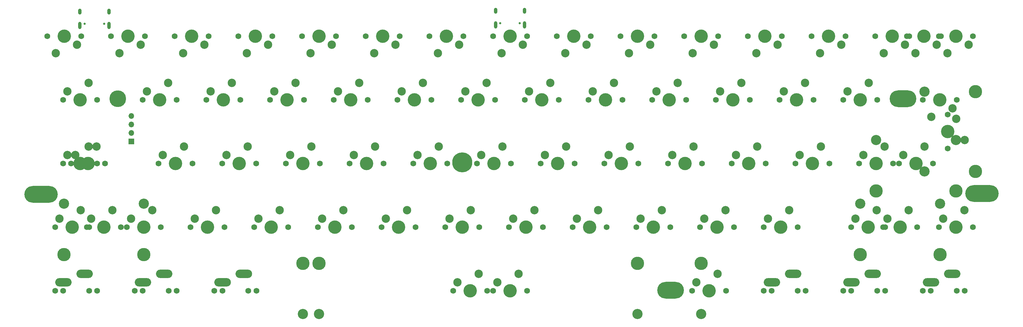
<source format=gts>
G04 #@! TF.GenerationSoftware,KiCad,Pcbnew,8.0.4*
G04 #@! TF.CreationDate,2024-08-26T00:00:45+02:00*
G04 #@! TF.ProjectId,keyboard,6b657962-6f61-4726-942e-6b696361645f,rev?*
G04 #@! TF.SameCoordinates,Original*
G04 #@! TF.FileFunction,Soldermask,Top*
G04 #@! TF.FilePolarity,Negative*
%FSLAX46Y46*%
G04 Gerber Fmt 4.6, Leading zero omitted, Abs format (unit mm)*
G04 Created by KiCad (PCBNEW 8.0.4) date 2024-08-26 00:00:45*
%MOMM*%
%LPD*%
G01*
G04 APERTURE LIST*
%ADD10C,1.750000*%
%ADD11C,4.000000*%
%ADD12C,2.500000*%
%ADD13O,4.900000X2.500000*%
%ADD14C,3.048000*%
%ADD15C,3.987800*%
%ADD16O,8.000000X5.000000*%
%ADD17O,10.000000X5.000000*%
%ADD18R,1.700000X1.700000*%
%ADD19O,1.700000X1.700000*%
%ADD20C,5.000000*%
%ADD21C,0.650000*%
%ADD22O,1.000000X1.800000*%
%ADD23O,1.000000X2.200000*%
%ADD24C,6.000000*%
G04 APERTURE END LIST*
D10*
X118745000Y-19050000D03*
D11*
X123825000Y-19050000D03*
D10*
X128905000Y-19050000D03*
D12*
X120015000Y-16510000D03*
X126365000Y-13970000D03*
D10*
X175895000Y-19050000D03*
D11*
X180975000Y-19050000D03*
D10*
X186055000Y-19050000D03*
D12*
X177165000Y-16510000D03*
X183515000Y-13970000D03*
D10*
X176530000Y0D03*
D11*
X171450000Y0D03*
D10*
X166370000Y0D03*
D12*
X175260000Y-2540000D03*
X168910000Y-5080000D03*
D10*
X209213750Y-76200000D03*
X211613750Y-76200000D03*
X219373750Y-76200000D03*
X221773750Y-76200000D03*
D13*
X211683750Y-73660000D03*
D12*
X212883750Y-73660000D03*
D13*
X218033750Y-71120000D03*
D12*
X219233750Y-71120000D03*
D10*
X100330000Y0D03*
D11*
X95250000Y0D03*
D10*
X90170000Y0D03*
D12*
X99060000Y-2540000D03*
X92710000Y-5080000D03*
D10*
X233026250Y-76200000D03*
X235426250Y-76200000D03*
X243186250Y-76200000D03*
X245586250Y-76200000D03*
D13*
X235496250Y-73660000D03*
D12*
X236696250Y-73660000D03*
D13*
X241846250Y-71120000D03*
D12*
X243046250Y-71120000D03*
D10*
X252730000Y0D03*
D11*
X247650000Y0D03*
D10*
X242570000Y0D03*
D12*
X251460000Y-2540000D03*
X245110000Y-5080000D03*
D10*
X43180000Y0D03*
D11*
X38100000Y0D03*
D10*
X33020000Y0D03*
D12*
X41910000Y-2540000D03*
X35560000Y-5080000D03*
D10*
X24130000Y0D03*
D11*
X19050000Y0D03*
D10*
X13970000Y0D03*
D12*
X22860000Y-2540000D03*
X16510000Y-5080000D03*
D10*
X261620000Y-57150000D03*
D11*
X266700000Y-57150000D03*
D10*
X271780000Y-57150000D03*
D12*
X262890000Y-54610000D03*
X269240000Y-52070000D03*
D10*
X213995000Y-19050000D03*
D11*
X219075000Y-19050000D03*
D10*
X224155000Y-19050000D03*
D12*
X215265000Y-16510000D03*
X221615000Y-13970000D03*
D10*
X199707500Y-38100000D03*
D11*
X204787500Y-38100000D03*
D10*
X209867500Y-38100000D03*
D12*
X200977500Y-35560000D03*
X207327500Y-33020000D03*
D10*
X138430000Y0D03*
D11*
X133350000Y0D03*
D10*
X128270000Y0D03*
D12*
X137160000Y-2540000D03*
X130810000Y-5080000D03*
D10*
X157480000Y0D03*
D11*
X152400000Y0D03*
D10*
X147320000Y0D03*
D12*
X156210000Y-2540000D03*
X149860000Y-5080000D03*
D10*
X256838750Y-76200000D03*
X259238750Y-76200000D03*
X266998750Y-76200000D03*
X269398750Y-76200000D03*
D13*
X259308750Y-73660000D03*
D12*
X260508750Y-73660000D03*
D13*
X265658750Y-71120000D03*
D12*
X266858750Y-71120000D03*
D14*
X242855750Y-31115000D03*
D15*
X242855750Y-46325000D03*
D14*
X266731750Y-31115000D03*
D15*
X266731750Y-46325000D03*
D10*
X28257500Y-38100000D03*
D11*
X33337500Y-38100000D03*
D10*
X38417500Y-38100000D03*
D12*
X29527500Y-35560000D03*
X35877500Y-33020000D03*
D10*
X237820000Y-38100000D03*
D11*
X242900000Y-38100000D03*
D10*
X247980000Y-38100000D03*
D12*
X239090000Y-35560000D03*
X245440000Y-33020000D03*
D10*
X5080000Y0D03*
D11*
X0Y0D03*
D10*
X-5080000Y0D03*
D12*
X3810000Y-2540000D03*
X-2540000Y-5080000D03*
D10*
X-2700000Y-57150000D03*
D11*
X2380000Y-57150000D03*
D10*
X7460000Y-57150000D03*
D12*
X-1430000Y-54610000D03*
X4920000Y-52070000D03*
D10*
X194945000Y-19050000D03*
D11*
X200025000Y-19050000D03*
D10*
X205105000Y-19050000D03*
D12*
X196215000Y-16510000D03*
X202565000Y-13970000D03*
D10*
X249713750Y-38100000D03*
D11*
X254793750Y-38100000D03*
D10*
X259873750Y-38100000D03*
D12*
X250983750Y-35560000D03*
X257333750Y-33020000D03*
D10*
X152082500Y-57150000D03*
D11*
X157162500Y-57150000D03*
D10*
X162242500Y-57150000D03*
D12*
X153352500Y-54610000D03*
X159702500Y-52070000D03*
D10*
X94932500Y-57150000D03*
D11*
X100012500Y-57150000D03*
D10*
X105092500Y-57150000D03*
D12*
X96202500Y-54610000D03*
X102552500Y-52070000D03*
D10*
X119380000Y0D03*
D11*
X114300000Y0D03*
D10*
X109220000Y0D03*
D12*
X118110000Y-2540000D03*
X111760000Y-5080000D03*
D10*
X195580000Y0D03*
D11*
X190500000Y0D03*
D10*
X185420000Y0D03*
D12*
X194310000Y-2540000D03*
X187960000Y-5080000D03*
D14*
X171443750Y-83185000D03*
D15*
X171443750Y-67975000D03*
D14*
X71443750Y-83185000D03*
D15*
X71443750Y-67975000D03*
D10*
X262280000Y0D03*
D11*
X257200000Y0D03*
D10*
X252120000Y0D03*
D12*
X261010000Y-2540000D03*
X254660000Y-5080000D03*
D10*
X233045000Y-19050000D03*
D11*
X238125000Y-19050000D03*
D10*
X243205000Y-19050000D03*
D12*
X234315000Y-16510000D03*
X240665000Y-13970000D03*
D10*
X99695000Y-19050000D03*
D11*
X104775000Y-19050000D03*
D10*
X109855000Y-19050000D03*
D12*
X100965000Y-16510000D03*
X107315000Y-13970000D03*
D14*
X-31750Y-50165000D03*
D15*
X-31750Y-65375000D03*
D14*
X23844250Y-50165000D03*
D15*
X23844250Y-65375000D03*
D10*
X264320000Y-23490000D03*
D11*
X264320000Y-28570000D03*
D10*
X264320000Y-33650000D03*
D12*
X266860000Y-24760000D03*
X269400000Y-31110000D03*
D10*
X123507500Y-38100000D03*
D11*
X128587500Y-38100000D03*
D10*
X133667500Y-38100000D03*
D12*
X124777500Y-35560000D03*
X131127500Y-33020000D03*
D10*
X161607500Y-38100000D03*
D11*
X166687500Y-38100000D03*
D10*
X171767500Y-38100000D03*
D12*
X162877500Y-35560000D03*
X169227500Y-33020000D03*
D10*
X-2698750Y-76200000D03*
X-298750Y-76200000D03*
X7461250Y-76200000D03*
X9861250Y-76200000D03*
D13*
X-228750Y-73660000D03*
D12*
X971250Y-73660000D03*
D13*
X6121250Y-71120000D03*
D12*
X7321250Y-71120000D03*
D14*
X257335000Y-40508000D03*
D15*
X272545000Y-40508000D03*
D14*
X257335000Y-16632000D03*
D15*
X272545000Y-16632000D03*
D10*
X142557500Y-38100000D03*
D11*
X147637500Y-38100000D03*
D10*
X152717500Y-38100000D03*
D12*
X143827500Y-35560000D03*
X150177500Y-33020000D03*
D10*
X23495000Y-19050000D03*
D11*
X28575000Y-19050000D03*
D10*
X33655000Y-19050000D03*
D12*
X24765000Y-16510000D03*
X31115000Y-13970000D03*
D10*
X233680000Y0D03*
D11*
X228600000Y0D03*
D10*
X223520000Y0D03*
D12*
X232410000Y-2540000D03*
X226060000Y-5080000D03*
D10*
X18720000Y-57150000D03*
D11*
X23800000Y-57150000D03*
D10*
X28880000Y-57150000D03*
D12*
X19990000Y-54610000D03*
X26340000Y-52070000D03*
D10*
X75882500Y-57150000D03*
D11*
X80962500Y-57150000D03*
D10*
X86042500Y-57150000D03*
D12*
X77152500Y-54610000D03*
X83502500Y-52070000D03*
D10*
X180657500Y-38100000D03*
D11*
X185737500Y-38100000D03*
D10*
X190817500Y-38100000D03*
D12*
X181927500Y-35560000D03*
X188277500Y-33020000D03*
D14*
X190500000Y-83186270D03*
D15*
X190500000Y-67976270D03*
D14*
X76200000Y-83186270D03*
D15*
X76200000Y-67976270D03*
D10*
X187801250Y-76200000D03*
D11*
X192881250Y-76200000D03*
D10*
X197961250Y-76200000D03*
D12*
X189071250Y-73660000D03*
X195421250Y-71120000D03*
D14*
X238093250Y-50160050D03*
D15*
X238093250Y-65370050D03*
D14*
X261969250Y-50160050D03*
D15*
X261969250Y-65370050D03*
D10*
X44926250Y-76200000D03*
X47326250Y-76200000D03*
X55086250Y-76200000D03*
X57486250Y-76200000D03*
D13*
X47396250Y-73660000D03*
D12*
X48596250Y-73660000D03*
D13*
X53746250Y-71120000D03*
D12*
X54946250Y-71120000D03*
D10*
X116363750Y-76200000D03*
D11*
X121443750Y-76200000D03*
D10*
X126523750Y-76200000D03*
D12*
X117633750Y-73660000D03*
X123983750Y-71120000D03*
D10*
X137795000Y-19050000D03*
D11*
X142875000Y-19050000D03*
D10*
X147955000Y-19050000D03*
D12*
X139065000Y-16510000D03*
X145415000Y-13970000D03*
D10*
X66357500Y-38100000D03*
D11*
X71437500Y-38100000D03*
D10*
X76517500Y-38100000D03*
D12*
X67627500Y-35560000D03*
X73977500Y-33020000D03*
D10*
X244951250Y-57150000D03*
D11*
X250031250Y-57150000D03*
D10*
X255111250Y-57150000D03*
D12*
X246221250Y-54610000D03*
X252571250Y-52070000D03*
D10*
X156845000Y-19050000D03*
D11*
X161925000Y-19050000D03*
D10*
X167005000Y-19050000D03*
D12*
X158115000Y-16510000D03*
X164465000Y-13970000D03*
D10*
X113982500Y-57150000D03*
D11*
X119062500Y-57150000D03*
D10*
X124142500Y-57150000D03*
D12*
X115252500Y-54610000D03*
X121602500Y-52070000D03*
D10*
X104457500Y-38100000D03*
D11*
X109537500Y-38100000D03*
D10*
X114617500Y-38100000D03*
D12*
X105727500Y-35560000D03*
X112077500Y-33020000D03*
D10*
X56832500Y-57150000D03*
D11*
X61912500Y-57150000D03*
D10*
X66992500Y-57150000D03*
D12*
X58102500Y-54610000D03*
X64452500Y-52070000D03*
D10*
X214630000Y0D03*
D11*
X209550000Y0D03*
D10*
X204470000Y0D03*
D12*
X213360000Y-2540000D03*
X207010000Y-5080000D03*
D10*
X209232500Y-57150000D03*
D11*
X214312500Y-57150000D03*
D10*
X219392500Y-57150000D03*
D12*
X210502500Y-54610000D03*
X216852500Y-52070000D03*
D10*
X171132500Y-57150000D03*
D11*
X176212500Y-57150000D03*
D10*
X181292500Y-57150000D03*
D12*
X172402500Y-54610000D03*
X178752500Y-52070000D03*
D10*
X271780000Y0D03*
D11*
X266700000Y0D03*
D10*
X261620000Y0D03*
D12*
X270510000Y-2540000D03*
X264160000Y-5080000D03*
D10*
X81280000Y0D03*
D11*
X76200000Y0D03*
D10*
X71120000Y0D03*
D12*
X80010000Y-2540000D03*
X73660000Y-5080000D03*
D10*
X61595000Y-19050000D03*
D11*
X66675000Y-19050000D03*
D10*
X71755000Y-19050000D03*
D12*
X62865000Y-16510000D03*
X69215000Y-13970000D03*
D10*
X267017500Y-19050000D03*
D11*
X261937500Y-19050000D03*
D10*
X256857500Y-19050000D03*
D12*
X265747500Y-21590000D03*
X259397500Y-24130000D03*
D10*
X47307500Y-38100000D03*
D11*
X52387500Y-38100000D03*
D10*
X57467500Y-38100000D03*
D12*
X48577500Y-35560000D03*
X54927500Y-33020000D03*
D10*
X235420000Y-57150000D03*
D11*
X240500000Y-57150000D03*
D10*
X245580000Y-57150000D03*
D12*
X236690000Y-54610000D03*
X243040000Y-52070000D03*
D10*
X6826250Y-57150000D03*
D11*
X11906250Y-57150000D03*
D10*
X16986250Y-57150000D03*
D12*
X8096250Y-54610000D03*
X14446250Y-52070000D03*
D10*
X190182500Y-57150000D03*
D11*
X195262500Y-57150000D03*
D10*
X200342500Y-57150000D03*
D12*
X191452500Y-54610000D03*
X197802500Y-52070000D03*
D10*
X133032500Y-57150000D03*
D11*
X138112500Y-57150000D03*
D10*
X143192500Y-57150000D03*
D12*
X134302500Y-54610000D03*
X140652500Y-52070000D03*
D10*
X62230000Y0D03*
D11*
X57150000Y0D03*
D10*
X52070000Y0D03*
D12*
X60960000Y-2540000D03*
X54610000Y-5080000D03*
D10*
X218757500Y-38100000D03*
D11*
X223837500Y-38100000D03*
D10*
X228917500Y-38100000D03*
D12*
X220027500Y-35560000D03*
X226377500Y-33020000D03*
D10*
X-317500Y-38100000D03*
D11*
X4762500Y-38100000D03*
D10*
X9842500Y-38100000D03*
D12*
X952500Y-35560000D03*
X7302500Y-33020000D03*
D10*
X85407500Y-38100000D03*
D11*
X90487500Y-38100000D03*
D10*
X95567500Y-38100000D03*
D12*
X86677500Y-35560000D03*
X93027500Y-33020000D03*
D10*
X37782500Y-57150000D03*
D11*
X42862500Y-57150000D03*
D10*
X47942500Y-57150000D03*
D12*
X39052500Y-54610000D03*
X45402500Y-52070000D03*
D10*
X-317500Y-19050000D03*
D11*
X4762500Y-19050000D03*
D10*
X9842500Y-19050000D03*
D12*
X952500Y-16510000D03*
X7302500Y-13970000D03*
D10*
X21120000Y-76200000D03*
X23520000Y-76200000D03*
X31280000Y-76200000D03*
X33680000Y-76200000D03*
D13*
X23590000Y-73660000D03*
D12*
X24790000Y-73660000D03*
D13*
X29940000Y-71120000D03*
D12*
X31140000Y-71120000D03*
D10*
X2063750Y-38100000D03*
D11*
X7143750Y-38100000D03*
D10*
X12223750Y-38100000D03*
D12*
X3333750Y-35560000D03*
X9683750Y-33020000D03*
D10*
X42545000Y-19050000D03*
D11*
X47625000Y-19050000D03*
D10*
X52705000Y-19050000D03*
D12*
X43815000Y-16510000D03*
X50165000Y-13970000D03*
D10*
X80645000Y-19050000D03*
D11*
X85725000Y-19050000D03*
D10*
X90805000Y-19050000D03*
D12*
X81915000Y-16510000D03*
X88265000Y-13970000D03*
D10*
X128270000Y-76201270D03*
D11*
X133350000Y-76201270D03*
D10*
X138430000Y-76201270D03*
D12*
X129540000Y-73661270D03*
X135890000Y-71121270D03*
D16*
X181350000Y-76000000D03*
D17*
X274500000Y-47100000D03*
D18*
X20125000Y-31475000D03*
D19*
X20125000Y-28935000D03*
X20125000Y-26395000D03*
X20125000Y-23855000D03*
D20*
X16050000Y-18700000D03*
D16*
X250900000Y-18700000D03*
D17*
X-6900000Y-47300000D03*
D21*
X130460000Y3900000D03*
X136240000Y3900000D03*
D22*
X129030000Y7600000D03*
D23*
X129030000Y3400000D03*
D22*
X137670000Y7600000D03*
D23*
X137670000Y3400000D03*
D24*
X119050000Y-37800000D03*
D21*
X6160000Y3700000D03*
X11940000Y3700000D03*
D22*
X4730000Y7400000D03*
D23*
X4730000Y3200000D03*
D22*
X13370000Y7400000D03*
D23*
X13370000Y3200000D03*
M02*

</source>
